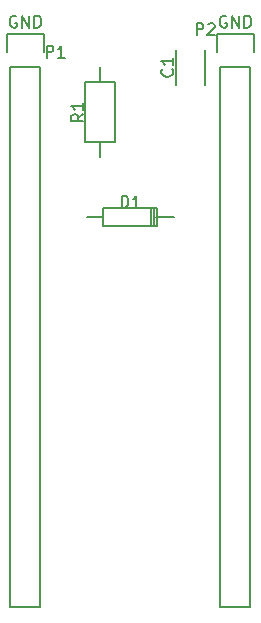
<source format=gbr>
G04 #@! TF.FileFunction,Legend,Top*
%FSLAX46Y46*%
G04 Gerber Fmt 4.6, Leading zero omitted, Abs format (unit mm)*
G04 Created by KiCad (PCBNEW 4.0.3+e1-6302~38~ubuntu16.04.1-stable) date Thu Aug 25 17:10:37 2016*
%MOMM*%
%LPD*%
G01*
G04 APERTURE LIST*
%ADD10C,0.100000*%
%ADD11C,0.150000*%
G04 APERTURE END LIST*
D10*
D11*
X143530000Y-108200000D02*
X143530000Y-105200000D01*
X146030000Y-105200000D02*
X146030000Y-108200000D01*
X135890000Y-113030000D02*
X135890000Y-107950000D01*
X135890000Y-107950000D02*
X138430000Y-107950000D01*
X138430000Y-107950000D02*
X138430000Y-113030000D01*
X138430000Y-113030000D02*
X135890000Y-113030000D01*
X137160000Y-113030000D02*
X137160000Y-114300000D01*
X137160000Y-107950000D02*
X137160000Y-106680000D01*
X137413480Y-119382540D02*
X136016480Y-119382540D01*
X141858480Y-119382540D02*
X143382480Y-119382540D01*
X141477480Y-120144540D02*
X141477480Y-118620540D01*
X141731480Y-120144540D02*
X141731480Y-118620540D01*
X141985480Y-119382540D02*
X141985480Y-118620540D01*
X141985480Y-118620540D02*
X137413480Y-118620540D01*
X137413480Y-118620540D02*
X137413480Y-120144540D01*
X137413480Y-120144540D02*
X141985480Y-120144540D01*
X141985480Y-120144540D02*
X141985480Y-119382540D01*
X147320000Y-106680000D02*
X147320000Y-152400000D01*
X147320000Y-152400000D02*
X149860000Y-152400000D01*
X149860000Y-152400000D02*
X149860000Y-106680000D01*
X147040000Y-103860000D02*
X147040000Y-105410000D01*
X147320000Y-106680000D02*
X149860000Y-106680000D01*
X150140000Y-105410000D02*
X150140000Y-103860000D01*
X150140000Y-103860000D02*
X147040000Y-103860000D01*
X129540000Y-106680000D02*
X129540000Y-152400000D01*
X129540000Y-152400000D02*
X132080000Y-152400000D01*
X132080000Y-152400000D02*
X132080000Y-106680000D01*
X129260000Y-103860000D02*
X129260000Y-105410000D01*
X129540000Y-106680000D02*
X132080000Y-106680000D01*
X132360000Y-105410000D02*
X132360000Y-103860000D01*
X132360000Y-103860000D02*
X129260000Y-103860000D01*
X143232143Y-106846666D02*
X143279762Y-106894285D01*
X143327381Y-107037142D01*
X143327381Y-107132380D01*
X143279762Y-107275238D01*
X143184524Y-107370476D01*
X143089286Y-107418095D01*
X142898810Y-107465714D01*
X142755952Y-107465714D01*
X142565476Y-107418095D01*
X142470238Y-107370476D01*
X142375000Y-107275238D01*
X142327381Y-107132380D01*
X142327381Y-107037142D01*
X142375000Y-106894285D01*
X142422619Y-106846666D01*
X143327381Y-105894285D02*
X143327381Y-106465714D01*
X143327381Y-106180000D02*
X142327381Y-106180000D01*
X142470238Y-106275238D01*
X142565476Y-106370476D01*
X142613095Y-106465714D01*
X135707381Y-110656666D02*
X135231190Y-110990000D01*
X135707381Y-111228095D02*
X134707381Y-111228095D01*
X134707381Y-110847142D01*
X134755000Y-110751904D01*
X134802619Y-110704285D01*
X134897857Y-110656666D01*
X135040714Y-110656666D01*
X135135952Y-110704285D01*
X135183571Y-110751904D01*
X135231190Y-110847142D01*
X135231190Y-111228095D01*
X135707381Y-109704285D02*
X135707381Y-110275714D01*
X135707381Y-109990000D02*
X134707381Y-109990000D01*
X134850238Y-110085238D01*
X134945476Y-110180476D01*
X134993095Y-110275714D01*
X138961905Y-118562381D02*
X138961905Y-117562381D01*
X139200000Y-117562381D01*
X139342858Y-117610000D01*
X139438096Y-117705238D01*
X139485715Y-117800476D01*
X139533334Y-117990952D01*
X139533334Y-118133810D01*
X139485715Y-118324286D01*
X139438096Y-118419524D01*
X139342858Y-118514762D01*
X139200000Y-118562381D01*
X138961905Y-118562381D01*
X140485715Y-118562381D02*
X139914286Y-118562381D01*
X140200000Y-118562381D02*
X140200000Y-117562381D01*
X140104762Y-117705238D01*
X140009524Y-117800476D01*
X139914286Y-117848095D01*
X145311905Y-103957381D02*
X145311905Y-102957381D01*
X145692858Y-102957381D01*
X145788096Y-103005000D01*
X145835715Y-103052619D01*
X145883334Y-103147857D01*
X145883334Y-103290714D01*
X145835715Y-103385952D01*
X145788096Y-103433571D01*
X145692858Y-103481190D01*
X145311905Y-103481190D01*
X146264286Y-103052619D02*
X146311905Y-103005000D01*
X146407143Y-102957381D01*
X146645239Y-102957381D01*
X146740477Y-103005000D01*
X146788096Y-103052619D01*
X146835715Y-103147857D01*
X146835715Y-103243095D01*
X146788096Y-103385952D01*
X146216667Y-103957381D01*
X146835715Y-103957381D01*
X147828096Y-102370000D02*
X147732858Y-102322381D01*
X147590001Y-102322381D01*
X147447143Y-102370000D01*
X147351905Y-102465238D01*
X147304286Y-102560476D01*
X147256667Y-102750952D01*
X147256667Y-102893810D01*
X147304286Y-103084286D01*
X147351905Y-103179524D01*
X147447143Y-103274762D01*
X147590001Y-103322381D01*
X147685239Y-103322381D01*
X147828096Y-103274762D01*
X147875715Y-103227143D01*
X147875715Y-102893810D01*
X147685239Y-102893810D01*
X148304286Y-103322381D02*
X148304286Y-102322381D01*
X148875715Y-103322381D01*
X148875715Y-102322381D01*
X149351905Y-103322381D02*
X149351905Y-102322381D01*
X149590000Y-102322381D01*
X149732858Y-102370000D01*
X149828096Y-102465238D01*
X149875715Y-102560476D01*
X149923334Y-102750952D01*
X149923334Y-102893810D01*
X149875715Y-103084286D01*
X149828096Y-103179524D01*
X149732858Y-103274762D01*
X149590000Y-103322381D01*
X149351905Y-103322381D01*
X132611905Y-105862381D02*
X132611905Y-104862381D01*
X132992858Y-104862381D01*
X133088096Y-104910000D01*
X133135715Y-104957619D01*
X133183334Y-105052857D01*
X133183334Y-105195714D01*
X133135715Y-105290952D01*
X133088096Y-105338571D01*
X132992858Y-105386190D01*
X132611905Y-105386190D01*
X134135715Y-105862381D02*
X133564286Y-105862381D01*
X133850000Y-105862381D02*
X133850000Y-104862381D01*
X133754762Y-105005238D01*
X133659524Y-105100476D01*
X133564286Y-105148095D01*
X130048096Y-102370000D02*
X129952858Y-102322381D01*
X129810001Y-102322381D01*
X129667143Y-102370000D01*
X129571905Y-102465238D01*
X129524286Y-102560476D01*
X129476667Y-102750952D01*
X129476667Y-102893810D01*
X129524286Y-103084286D01*
X129571905Y-103179524D01*
X129667143Y-103274762D01*
X129810001Y-103322381D01*
X129905239Y-103322381D01*
X130048096Y-103274762D01*
X130095715Y-103227143D01*
X130095715Y-102893810D01*
X129905239Y-102893810D01*
X130524286Y-103322381D02*
X130524286Y-102322381D01*
X131095715Y-103322381D01*
X131095715Y-102322381D01*
X131571905Y-103322381D02*
X131571905Y-102322381D01*
X131810000Y-102322381D01*
X131952858Y-102370000D01*
X132048096Y-102465238D01*
X132095715Y-102560476D01*
X132143334Y-102750952D01*
X132143334Y-102893810D01*
X132095715Y-103084286D01*
X132048096Y-103179524D01*
X131952858Y-103274762D01*
X131810000Y-103322381D01*
X131571905Y-103322381D01*
M02*

</source>
